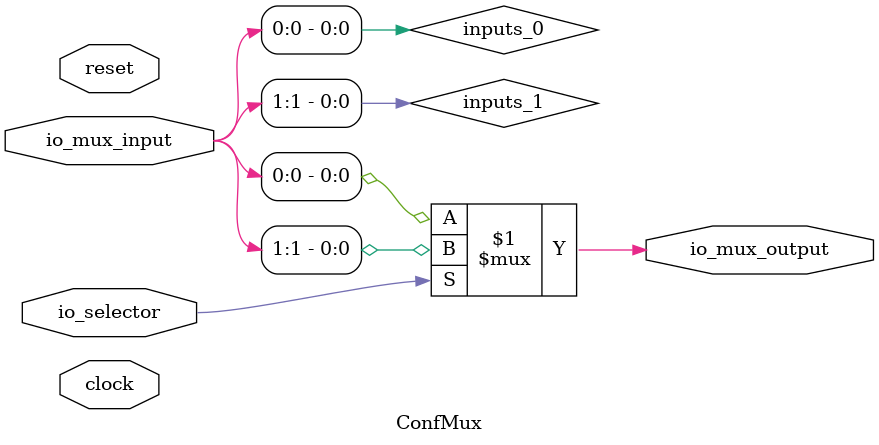
<source format=v>
module ConfMux(
  input        clock,
  input        reset,
  input        io_selector,
  input  [1:0] io_mux_input,
  output       io_mux_output
);
  wire  inputs_0 = io_mux_input[0]; // @[ConfMux.scala 27:34]
  wire  inputs_1 = io_mux_input[1]; // @[ConfMux.scala 27:34]
  assign io_mux_output = io_selector ? inputs_1 : inputs_0; // @[ConfMux.scala 30:{19,19}]
endmodule

</source>
